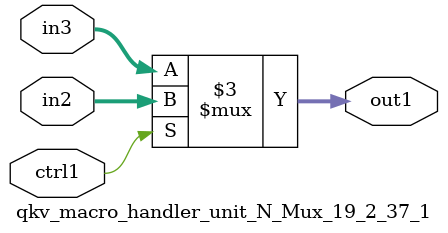
<source format=v>

`timescale 1ps / 1ps


module qkv_macro_handler_unit_N_Mux_19_2_37_1( in3, in2, ctrl1, out1 );

    input [18:0] in3;
    input [18:0] in2;
    input ctrl1;
    output [18:0] out1;
    reg [18:0] out1;

    
    // rtl_process:qkv_macro_handler_unit_N_Mux_19_2_37_1/qkv_macro_handler_unit_N_Mux_19_2_37_1_thread_1
    always @*
      begin : qkv_macro_handler_unit_N_Mux_19_2_37_1_thread_1
        case (ctrl1) 
          1'b1: 
            begin
              out1 = in2;
            end
          default: 
            begin
              out1 = in3;
            end
        endcase
      end

endmodule



</source>
